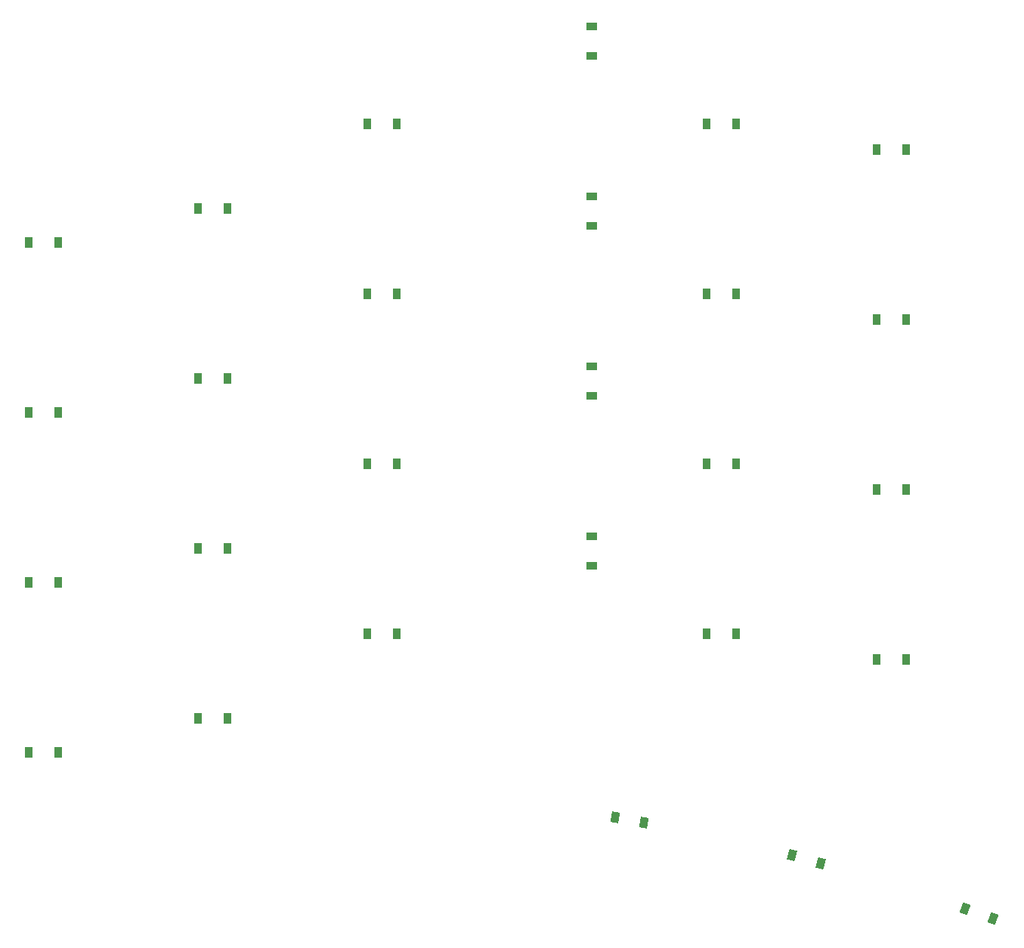
<source format=gbr>
%TF.GenerationSoftware,KiCad,Pcbnew,9.0.3-1.fc42*%
%TF.CreationDate,2025-08-21T15:21:57+02:00*%
%TF.ProjectId,left,6c656674-2e6b-4696-9361-645f70636258,v1.0.0*%
%TF.SameCoordinates,Original*%
%TF.FileFunction,Paste,Top*%
%TF.FilePolarity,Positive*%
%FSLAX46Y46*%
G04 Gerber Fmt 4.6, Leading zero omitted, Abs format (unit mm)*
G04 Created by KiCad (PCBNEW 9.0.3-1.fc42) date 2025-08-21 15:21:57*
%MOMM*%
%LPD*%
G01*
G04 APERTURE LIST*
G04 Aperture macros list*
%AMRotRect*
0 Rectangle, with rotation*
0 The origin of the aperture is its center*
0 $1 length*
0 $2 width*
0 $3 Rotation angle, in degrees counterclockwise*
0 Add horizontal line*
21,1,$1,$2,0,0,$3*%
G04 Aperture macros list end*
%ADD10R,0.900000X1.200000*%
%ADD11R,1.200000X0.900000*%
%ADD12RotRect,0.900000X1.200000X350.000000*%
%ADD13RotRect,0.900000X1.200000X340.000000*%
%ADD14RotRect,0.900000X1.200000X345.000000*%
G04 APERTURE END LIST*
D10*
%TO.C,D16*%
X143350000Y-132110000D03*
X146650000Y-132110000D03*
%TD*%
%TO.C,D9*%
X105350000Y-189260000D03*
X108650000Y-189260000D03*
%TD*%
%TO.C,D15*%
X143350000Y-151160000D03*
X146650000Y-151160000D03*
%TD*%
%TO.C,D3*%
X67350000Y-164495000D03*
X70650000Y-164495000D03*
%TD*%
%TO.C,D13*%
X143350000Y-189260000D03*
X146650000Y-189260000D03*
%TD*%
%TO.C,D8*%
X86350000Y-141635000D03*
X89650000Y-141635000D03*
%TD*%
%TO.C,D11*%
X105350000Y-151160000D03*
X108650000Y-151160000D03*
%TD*%
D11*
%TO.C,D24*%
X130500000Y-181647500D03*
X130500000Y-178347500D03*
%TD*%
D10*
%TO.C,D6*%
X86350000Y-179735000D03*
X89650000Y-179735000D03*
%TD*%
%TO.C,D17*%
X162350000Y-192117500D03*
X165650000Y-192117500D03*
%TD*%
D11*
%TO.C,D26*%
X130500000Y-143547500D03*
X130500000Y-140247500D03*
%TD*%
D10*
%TO.C,D5*%
X86350000Y-198785000D03*
X89650000Y-198785000D03*
%TD*%
D11*
%TO.C,D25*%
X130500000Y-162597500D03*
X130500000Y-159297500D03*
%TD*%
D12*
%TO.C,D21*%
X133068650Y-209860116D03*
X136318516Y-210433154D03*
%TD*%
D10*
%TO.C,D20*%
X162350000Y-134967500D03*
X165650000Y-134967500D03*
%TD*%
%TO.C,D10*%
X105350000Y-170210000D03*
X108650000Y-170210000D03*
%TD*%
D11*
%TO.C,D27*%
X130500000Y-124497500D03*
X130500000Y-121197500D03*
%TD*%
D10*
%TO.C,D19*%
X162350000Y-154017500D03*
X165650000Y-154017500D03*
%TD*%
%TO.C,D18*%
X162350000Y-173067500D03*
X165650000Y-173067500D03*
%TD*%
%TO.C,D4*%
X67350000Y-145445000D03*
X70650000Y-145445000D03*
%TD*%
%TO.C,D1*%
X67350000Y-202595000D03*
X70650000Y-202595000D03*
%TD*%
%TO.C,D2*%
X67350000Y-183545000D03*
X70650000Y-183545000D03*
%TD*%
%TO.C,D12*%
X105350000Y-132110000D03*
X108650000Y-132110000D03*
%TD*%
D13*
%TO.C,D23*%
X172324655Y-220080971D03*
X175425641Y-221209637D03*
%TD*%
D14*
%TO.C,D22*%
X152919779Y-214113567D03*
X156107335Y-214967667D03*
%TD*%
D10*
%TO.C,D7*%
X86350000Y-160685000D03*
X89650000Y-160685000D03*
%TD*%
%TO.C,D14*%
X143350000Y-170210000D03*
X146650000Y-170210000D03*
%TD*%
M02*

</source>
